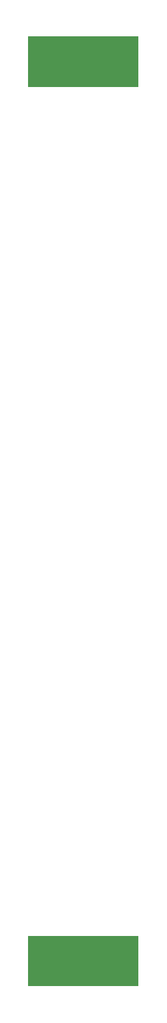
<source format=gbs>
G04 Layer: BottomSolderMaskLayer*
G04 EasyEDA v6.5.29, 2023-07-18 11:26:45*
G04 a794a4778db64c7d861d37b3cbaf2f3d,5a6b42c53f6a479593ecc07194224c93,10*
G04 Gerber Generator version 0.2*
G04 Scale: 100 percent, Rotated: No, Reflected: No *
G04 Dimensions in millimeters *
G04 leading zeros omitted , absolute positions ,4 integer and 5 decimal *
%FSLAX45Y45*%
%MOMM*%

%ADD10O,6.6032126X3.4031936000000003*%

%LPD*%
D10*
G01*
X508000Y330200D03*
G01*
X508000Y12573000D03*
G36*
X0Y12839700D02*
G01*
X1498600Y12839700D01*
X1498600Y12153900D01*
X0Y12153900D01*
G37*
G36*
X0Y673100D02*
G01*
X1498600Y673100D01*
X1498600Y0D01*
X0Y0D01*
G37*
M02*

</source>
